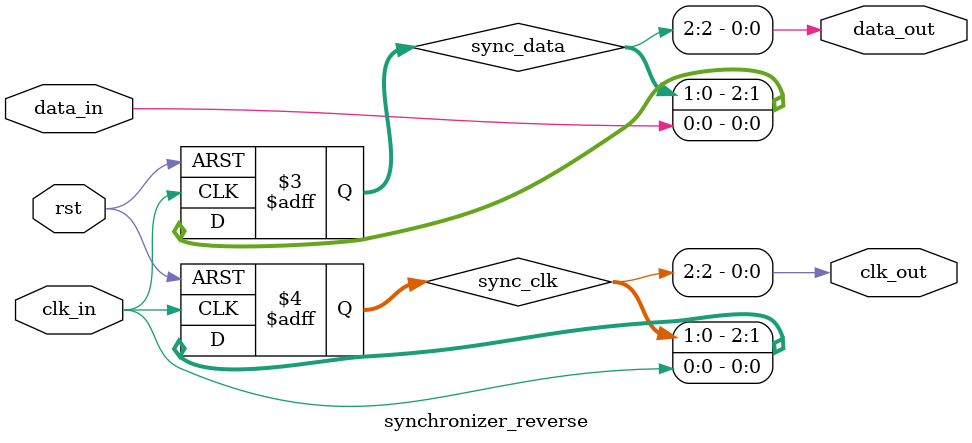
<source format=v>
module synchronizer (
  input data_in,
  input clk_in,
  input rst,
  output data_out,
  output clk_out
);

parameter n = 3; // number of synchronizer stages

reg [n-1:0] sync_data;
reg [n-1:0] sync_clk;

always @(posedge clk_in or negedge rst) begin
  if (~rst) begin
    sync_data <= {n{1'b0}};
    sync_clk <= {n{1'b0}};
  end
  else begin
    sync_data <= {sync_data[n-2:0], data_in};
    sync_clk <= {sync_clk[n-2:0], clk_in};
  end
end

assign data_out = sync_data[n-1];
assign clk_out = sync_clk[n-1];

endmodule

module synchronizer_reverse (
  input data_in,
  input clk_in,
  input rst,
  output data_out,
  output clk_out
);

parameter n = 3; // number of synchronizer stages

reg [n-1:0] sync_data;
reg [n-1:0] sync_clk;

always @(posedge clk_in or negedge rst) begin
  if (~rst) begin
    sync_data <= {n{1'b0}};
    sync_clk <= {n{1'b0}};
  end
  else begin
    sync_data <= {sync_data[n-2:0], data_in};
    sync_clk <= {sync_clk[n-2:0], clk_in};
  end
end

assign data_out = sync_data[n-1];
assign clk_out = sync_clk[n-1];

endmodule
</source>
